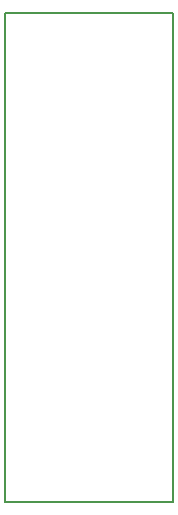
<source format=gbr>
%TF.GenerationSoftware,KiCad,Pcbnew,(5.1.9)-1*%
%TF.CreationDate,2021-04-27T21:37:28-04:00*%
%TF.ProjectId,mega_nrf24_usb,6d656761-5f6e-4726-9632-345f7573622e,rev?*%
%TF.SameCoordinates,Original*%
%TF.FileFunction,Profile,NP*%
%FSLAX46Y46*%
G04 Gerber Fmt 4.6, Leading zero omitted, Abs format (unit mm)*
G04 Created by KiCad (PCBNEW (5.1.9)-1) date 2021-04-27 21:37:28*
%MOMM*%
%LPD*%
G01*
G04 APERTURE LIST*
%TA.AperFunction,Profile*%
%ADD10C,0.200000*%
%TD*%
G04 APERTURE END LIST*
D10*
X243611400Y-99682300D02*
X257809100Y-99682300D01*
X243611400Y-141058900D02*
X243611400Y-99682300D01*
X243611400Y-141058900D02*
X257809100Y-141058900D01*
X257809100Y-141058900D02*
X257809100Y-99682300D01*
M02*

</source>
